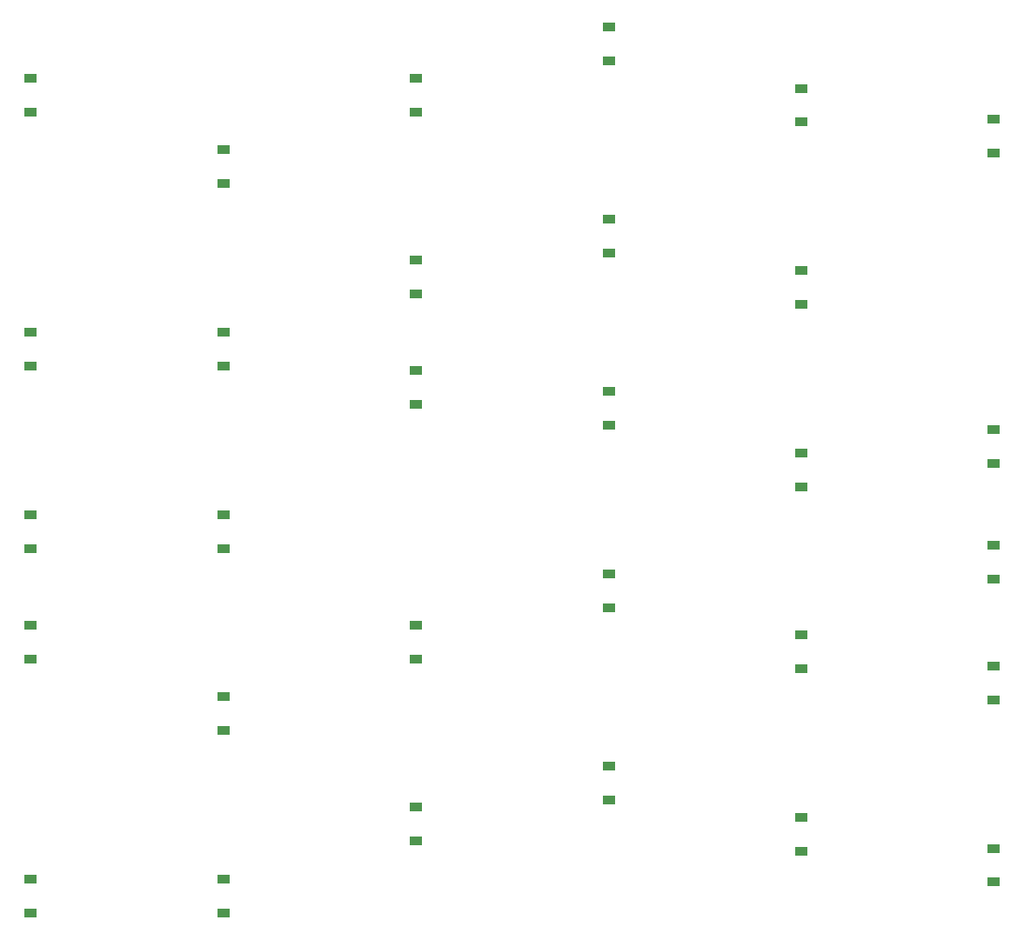
<source format=gbr>
%TF.GenerationSoftware,KiCad,Pcbnew,7.0.8*%
%TF.CreationDate,2024-07-17T12:42:57-03:00*%
%TF.ProjectId,left,6c656674-2e6b-4696-9361-645f70636258,v1.0.0*%
%TF.SameCoordinates,Original*%
%TF.FileFunction,Paste,Top*%
%TF.FilePolarity,Positive*%
%FSLAX46Y46*%
G04 Gerber Fmt 4.6, Leading zero omitted, Abs format (unit mm)*
G04 Created by KiCad (PCBNEW 7.0.8) date 2024-07-17 12:42:57*
%MOMM*%
%LPD*%
G01*
G04 APERTURE LIST*
%ADD10R,1.200000X0.900000*%
G04 APERTURE END LIST*
D10*
%TO.C,D19*%
X182800000Y-95900000D03*
X182800000Y-92600000D03*
%TD*%
%TO.C,D23*%
X201550000Y-81150000D03*
X201550000Y-77850000D03*
%TD*%
%TO.C,D20*%
X182800000Y-78150000D03*
X182800000Y-74850000D03*
%TD*%
%TO.C,D29*%
X164050000Y-144150000D03*
X164050000Y-140850000D03*
%TD*%
%TO.C,D12*%
X145300000Y-77150000D03*
X145300000Y-73850000D03*
%TD*%
%TO.C,D25*%
X201550000Y-122650000D03*
X201550000Y-119350000D03*
%TD*%
%TO.C,D17*%
X182800000Y-131400000D03*
X182800000Y-128100000D03*
%TD*%
%TO.C,D24*%
X201550000Y-111400000D03*
X201550000Y-108100000D03*
%TD*%
%TO.C,D27*%
X107800000Y-77150000D03*
X107800000Y-73850000D03*
%TD*%
%TO.C,D9*%
X145300000Y-148150000D03*
X145300000Y-144850000D03*
%TD*%
%TO.C,D13*%
X164050000Y-125400000D03*
X164050000Y-122100000D03*
%TD*%
%TO.C,D14*%
X164050000Y-107650000D03*
X164050000Y-104350000D03*
%TD*%
%TO.C,D18*%
X182800000Y-113650000D03*
X182800000Y-110350000D03*
%TD*%
%TO.C,D6*%
X126550000Y-119650000D03*
X126550000Y-116350000D03*
%TD*%
%TO.C,D2*%
X107800000Y-119650000D03*
X107800000Y-116350000D03*
%TD*%
%TO.C,D8*%
X126550000Y-84150000D03*
X126550000Y-80850000D03*
%TD*%
%TO.C,D21*%
X201550000Y-152150000D03*
X201550000Y-148850000D03*
%TD*%
%TO.C,D3*%
X107800000Y-101900000D03*
X107800000Y-98600000D03*
%TD*%
%TO.C,D30*%
X164050000Y-90900000D03*
X164050000Y-87600000D03*
%TD*%
%TO.C,D10*%
X145300000Y-130400000D03*
X145300000Y-127100000D03*
%TD*%
%TO.C,D28*%
X145300000Y-105650000D03*
X145300000Y-102350000D03*
%TD*%
%TO.C,D5*%
X126550000Y-137400000D03*
X126550000Y-134100000D03*
%TD*%
%TO.C,D16*%
X182800000Y-149150000D03*
X182800000Y-145850000D03*
%TD*%
%TO.C,D7*%
X126550000Y-101900000D03*
X126550000Y-98600000D03*
%TD*%
%TO.C,D11*%
X145300000Y-94900000D03*
X145300000Y-91600000D03*
%TD*%
%TO.C,D26*%
X107800000Y-130400000D03*
X107800000Y-127100000D03*
%TD*%
%TO.C,D4*%
X126550000Y-155150000D03*
X126550000Y-151850000D03*
%TD*%
%TO.C,D15*%
X164050000Y-72150000D03*
X164050000Y-68850000D03*
%TD*%
%TO.C,D1*%
X107800000Y-155150000D03*
X107800000Y-151850000D03*
%TD*%
%TO.C,D22*%
X201550000Y-134400000D03*
X201550000Y-131100000D03*
%TD*%
M02*

</source>
